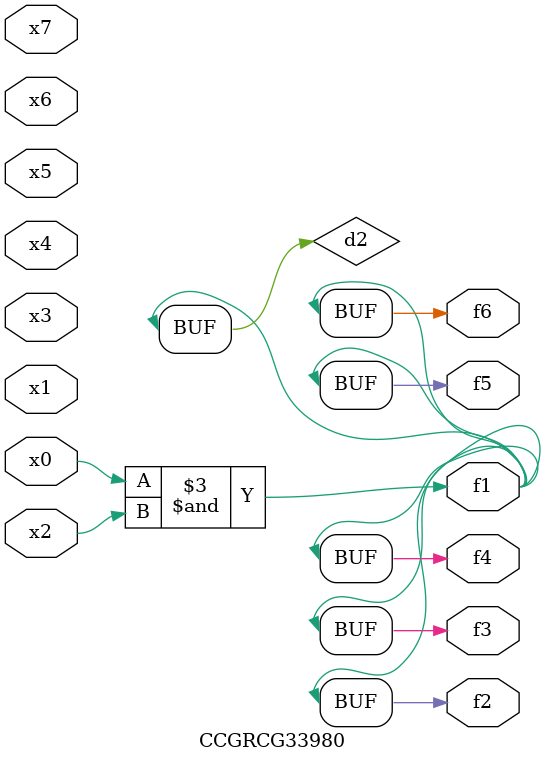
<source format=v>
module CCGRCG33980(
	input x0, x1, x2, x3, x4, x5, x6, x7,
	output f1, f2, f3, f4, f5, f6
);

	wire d1, d2;

	nor (d1, x3, x6);
	and (d2, x0, x2);
	assign f1 = d2;
	assign f2 = d2;
	assign f3 = d2;
	assign f4 = d2;
	assign f5 = d2;
	assign f6 = d2;
endmodule

</source>
